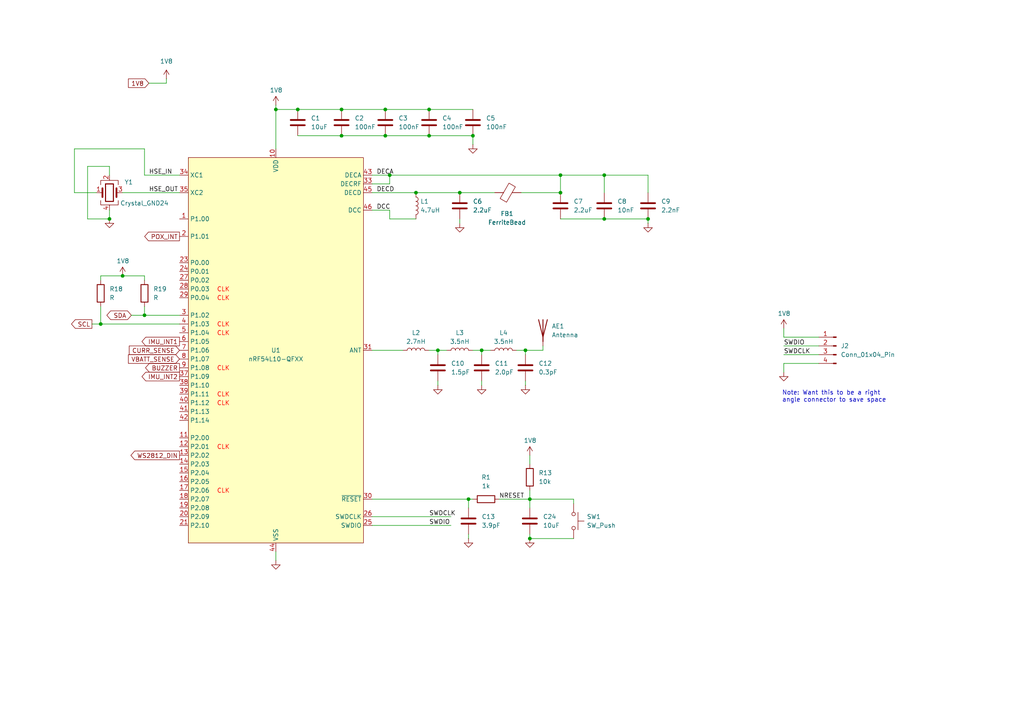
<source format=kicad_sch>
(kicad_sch (version 20250114) (generator "eeschema") (generator_version "9.0")
  (paper "A4")
  (lib_symbols
    (symbol "Connector:Conn_01x04_Pin" (pin_names (offset 1.016) (hide yes))
      (property "Reference" "J" (at 0 5.08 0))
      (property "Value" "Conn_01x04_Pin" (at 0 -7.62 0))
      (symbol "Conn_01x04_Pin_1_1"
        (rectangle (start 0.8636 2.667) (end 0 2.413) (stroke (width 0.1524)) (fill (type outline)))
        (rectangle (start 0.8636 0.127) (end 0 -0.127) (stroke (width 0.1524)) (fill (type outline)))
        (rectangle (start 0.8636 -2.413) (end 0 -2.667) (stroke (width 0.1524)) (fill (type outline)))
        (rectangle (start 0.8636 -4.953) (end 0 -5.207) (stroke (width 0.1524)) (fill (type outline)))
        (polyline (pts (xy 1.27 2.54) (xy 0.8636 2.54)) (stroke (width 0.1524)))
        (polyline (pts (xy 1.27 0) (xy 0.8636 0)) (stroke (width 0.1524)))
        (polyline (pts (xy 1.27 -2.54) (xy 0.8636 -2.54)) (stroke (width 0.1524)))
        (polyline (pts (xy 1.27 -5.08) (xy 0.8636 -5.08)) (stroke (width 0.1524)))
        (pin passive line (at 5.08 2.54 180) (length 3.81) (name "Pin_1") (number "1"))
        (pin passive line (at 5.08 0 180) (length 3.81) (name "Pin_2") (number "2"))
        (pin passive line (at 5.08 -2.54 180) (length 3.81) (name "Pin_3") (number "3"))
        (pin passive line (at 5.08 -5.08 180) (length 3.81) (name "Pin_4") (number "4"))
      )
    )
    (symbol "Device:Antenna" (pin_numbers (hide yes)) (pin_names (offset 1.016) (hide yes))
      (property "Reference" "AE" (at -1.905 1.905 0))
      (property "Value" "Antenna" (at -1.905 0 0))
      (symbol "Antenna_0_1"
        (polyline (pts (xy 0 2.54) (xy 0 -3.81)) (stroke (width 0.254)))
        (polyline (pts (xy 1.27 2.54) (xy 0 -2.54) (xy -1.27 2.54)) (stroke (width 0.254)))
      )
      (symbol "Antenna_1_1"
        (pin input line (at 0 -5.08 90) (length 2.54) (name "A") (number "1"))
      )
    )
    (symbol "Device:C" (pin_numbers (hide yes)) (pin_names (offset 0.254))
      (property "Reference" "C" (at 0.635 2.54 0))
      (property "Value" "C" (at 0.635 -2.54 0))
      (symbol "C_0_1"
        (polyline (pts (xy -2.032 0.762) (xy 2.032 0.762)) (stroke (width 0.508)))
        (polyline (pts (xy -2.032 -0.762) (xy 2.032 -0.762)) (stroke (width 0.508)))
      )
      (symbol "C_1_1"
        (pin passive line (at 0 3.81 270) (length 2.794) (name "~") (number "1"))
        (pin passive line (at 0 -3.81 90) (length 2.794) (name "~") (number "2"))
      )
    )
    (symbol "Device:Crystal_GND24" (pin_names (offset 1.016) (hide yes))
      (property "Reference" "Y" (at 3.175 5.08 0))
      (property "Value" "Crystal_GND24" (at 3.175 3.175 0))
      (symbol "Crystal_GND24_0_1"
        (polyline (pts (xy -2.54 2.286) (xy -2.54 3.556) (xy 2.54 3.556) (xy 2.54 2.286)))
        (polyline (pts (xy -2.54 0) (xy -2.032 0)))
        (polyline (pts (xy -2.54 -2.286) (xy -2.54 -3.556) (xy 2.54 -3.556) (xy 2.54 -2.286)))
        (polyline (pts (xy -2.032 -1.27) (xy -2.032 1.27)) (stroke (width 0.508)))
        (rectangle (start -1.143 2.54) (end 1.143 -2.54) (stroke (width 0.3048)))
        (polyline (pts (xy 0 3.556) (xy 0 3.81)))
        (polyline (pts (xy 0 -3.81) (xy 0 -3.556)))
        (polyline (pts (xy 2.032 0) (xy 2.54 0)))
        (polyline (pts (xy 2.032 -1.27) (xy 2.032 1.27)) (stroke (width 0.508)))
      )
      (symbol "Crystal_GND24_1_1"
        (pin passive line (at -3.81 0 0) (length 1.27) (name "1") (number "1"))
        (pin passive line (at 0 5.08 270) (length 1.27) (name "2") (number "2"))
        (pin passive line (at 0 -5.08 90) (length 1.27) (name "4") (number "4"))
        (pin passive line (at 3.81 0 180) (length 1.27) (name "3") (number "3"))
      )
    )
    (symbol "Device:FerriteBead" (pin_numbers (hide yes)) (pin_names (offset 0))
      (property "Reference" "FB" (at -3.81 0.635 90))
      (property "Value" "FerriteBead" (at 3.81 0 90))
      (symbol "FerriteBead_0_1"
        (polyline (pts (xy -2.7686 0.4064) (xy -1.7018 2.2606) (xy 2.7686 -0.3048) (xy 1.6764 -2.159) (xy -2.7686 0.4064)))
        (polyline (pts (xy 0 1.27) (xy 0 1.2954)))
        (polyline (pts (xy 0 -1.27) (xy 0 -1.2192)))
      )
      (symbol "FerriteBead_1_1"
        (pin passive line (at 0 3.81 270) (length 2.54) (name "~") (number "1"))
        (pin passive line (at 0 -3.81 90) (length 2.54) (name "~") (number "2"))
      )
    )
    (symbol "Device:L" (pin_numbers (hide yes)) (pin_names (offset 1.016) (hide yes))
      (property "Reference" "L" (at -1.27 0 90))
      (property "Value" "L" (at 1.905 0 90))
      (symbol "L_0_1"
        (arc (start 0 2.54) (mid 0.6323 1.905) (end 0 1.27))
        (arc (start 0 1.27) (mid 0.6323 0.635) (end 0 0))
        (arc (start 0 0) (mid 0.6323 -0.635) (end 0 -1.27))
        (arc (start 0 -1.27) (mid 0.6323 -1.905) (end 0 -2.54))
      )
      (symbol "L_1_1"
        (pin passive line (at 0 3.81 270) (length 1.27) (name "1") (number "1"))
        (pin passive line (at 0 -3.81 90) (length 1.27) (name "2") (number "2"))
      )
    )
    (symbol "Device:R" (pin_numbers (hide yes)) (pin_names (offset 0))
      (property "Reference" "R" (at 2.032 0 90))
      (property "Value" "R" (at 0 0 90))
      (symbol "R_0_1"
        (rectangle (start -1.016 -2.54) (end 1.016 2.54) (stroke (width 0.254)))
      )
      (symbol "R_1_1"
        (pin passive line (at 0 3.81 270) (length 1.27) (name "~") (number "1"))
        (pin passive line (at 0 -3.81 90) (length 1.27) (name "~") (number "2"))
      )
    )
    (symbol "PCM_nordic-lib-kicad-nrf54l:nRF54L10-QFXX"
      (property "Reference" "U" (at 0 0 0))
      (property "Value" "nRF54L10-QFXX" (at 0 -2.54 0))
      (symbol "nRF54L10-QFXX_0_0"
        (pin bidirectional line (at -27.94 50.8 0) (length 2.54) (name "XC1") (number "34"))
        (pin bidirectional line (at -27.94 45.72 0) (length 2.54) (name "XC2") (number "35"))
        (pin bidirectional line (at -27.94 25.4 0) (length 2.54) (name "P0.00") (number "23"))
        (pin bidirectional line (at -27.94 22.86 0) (length 2.54) (name "P0.01") (number "24"))
        (pin bidirectional line (at -27.94 20.32 0) (length 2.54) (name "P0.02") (number "27"))
        (pin passive line (at 0 -58.42 90) (length 2.54) (hide yes) (name "VSS_PA") (number "32"))
        (pin power_in line (at 0 -58.42 90) (length 2.54) (name "VSS") (number "44"))
        (pin passive line (at 27.94 50.8 180) (length 2.54) (name "DECA") (number "43"))
        (pin passive line (at 27.94 48.26 180) (length 2.54) (name "DECRF") (number "33"))
        (pin passive line (at 27.94 45.72 180) (length 2.54) (name "DECD") (number "45"))
        (pin power_out line (at 27.94 40.64 180) (length 2.54) (name "DCC") (number "46"))
        (pin output line (at 27.94 0 180) (length 2.54) (name "ANT") (number "31"))
        (pin input line (at 27.94 -43.18 180) (length 2.54) (name "~{RESET}") (number "30"))
        (pin bidirectional line (at 27.94 -50.8 180) (length 2.54) (name "SWDIO") (number "25"))
      )
      (symbol "nRF54L10-QFXX_1_0"
        (pin bidirectional line (at -27.94 38.1 0) (length 2.54) (name "P1.00") (number "1"))
        (pin bidirectional line (at -27.94 33.02 0) (length 2.54) (name "P1.01") (number "2"))
        (pin bidirectional line (at -27.94 17.78 0) (length 2.54) (name "P0.03") (number "28"))
        (pin bidirectional line (at -27.94 15.24 0) (length 2.54) (name "P0.04") (number "29"))
        (pin bidirectional line (at -27.94 10.16 0) (length 2.54) (name "P1.02") (number "3"))
        (pin bidirectional line (at -27.94 7.62 0) (length 2.54) (name "P1.03") (number "4"))
        (pin bidirectional line (at -27.94 5.08 0) (length 2.54) (name "P1.04") (number "5"))
        (pin bidirectional line (at -27.94 2.54 0) (length 2.54) (name "P1.05") (number "6"))
        (pin bidirectional line (at -27.94 0 0) (length 2.54) (name "P1.06") (number "7"))
        (pin bidirectional line (at -27.94 -2.54 0) (length 2.54) (name "P1.07") (number "8"))
        (pin bidirectional line (at -27.94 -5.08 0) (length 2.54) (name "P1.08") (number "9"))
        (pin bidirectional line (at -27.94 -7.62 0) (length 2.54) (name "P1.09") (number "37"))
        (pin bidirectional line (at -27.94 -10.16 0) (length 2.54) (name "P1.10") (number "38"))
        (pin bidirectional line (at -27.94 -12.7 0) (length 2.54) (name "P1.11") (number "39"))
        (pin bidirectional line (at -27.94 -15.24 0) (length 2.54) (name "P1.12") (number "40"))
        (pin bidirectional line (at -27.94 -17.78 0) (length 2.54) (name "P1.13") (number "41"))
        (pin bidirectional line (at -27.94 -20.32 0) (length 2.54) (name "P1.14") (number "42"))
        (pin bidirectional line (at -27.94 -25.4 0) (length 2.54) (name "P2.00") (number "11"))
        (pin bidirectional line (at -27.94 -27.94 0) (length 2.54) (name "P2.01") (number "12"))
        (pin bidirectional line (at -27.94 -30.48 0) (length 2.54) (name "P2.02") (number "13"))
        (pin bidirectional line (at -27.94 -33.02 0) (length 2.54) (name "P2.03") (number "14"))
        (pin bidirectional line (at -27.94 -35.56 0) (length 2.54) (name "P2.04") (number "15"))
        (pin bidirectional line (at -27.94 -38.1 0) (length 2.54) (name "P2.05") (number "16"))
        (pin bidirectional line (at -27.94 -40.64 0) (length 2.54) (name "P2.06") (number "17"))
        (pin bidirectional line (at -27.94 -43.18 0) (length 2.54) (name "P2.07") (number "18"))
        (pin bidirectional line (at -27.94 -45.72 0) (length 2.54) (name "P2.08") (number "19"))
        (pin bidirectional line (at -27.94 -48.26 0) (length 2.54) (name "P2.09") (number "20"))
        (pin bidirectional line (at -27.94 -50.8 0) (length 2.54) (name "P2.10") (number "21"))
        (pin power_in line (at 0 58.42 270) (length 2.54) (name "VDD") (number "10"))
        (pin passive line (at 0 58.42 270) (length 2.54) (hide yes) (name "VDD") (number "22"))
        (pin passive line (at 0 58.42 270) (length 2.54) (hide yes) (name "VDD") (number "36"))
        (pin passive line (at 0 58.42 270) (length 2.54) (hide yes) (name "VDD") (number "47"))
        (pin passive line (at 0 58.42 270) (length 2.54) (hide yes) (name "VDD") (number "48"))
        (pin passive line (at 0 -58.42 90) (length 2.54) (hide yes) (name "VSS") (number "49"))
        (pin input line (at 27.94 -48.26 180) (length 2.54) (name "SWDCLK") (number "26"))
      )
      (symbol "nRF54L10-QFXX_1_1"
        (rectangle (start -25.4 55.88) (end 25.4 -55.88) (fill (type background)))
        (text "CLK" (at -15.24 17.78 0) (effects (font (size 1.27 1.27))))
        (text "CLK" (at -15.24 15.24 0) (effects (font (size 1.27 1.27))))
        (text "CLK" (at -15.24 7.62 0) (effects (font (size 1.27 1.27))))
        (text "CLK" (at -15.24 5.08 0) (effects (font (size 1.27 1.27))))
        (text "CLK" (at -15.24 -5.08 0) (effects (font (size 1.27 1.27))))
        (text "CLK" (at -15.24 -12.7 0) (effects (font (size 1.27 1.27))))
        (text "CLK" (at -15.24 -15.24 0) (effects (font (size 1.27 1.27))))
        (text "CLK" (at -15.24 -27.94 0) (effects (font (size 1.27 1.27))))
        (text "CLK" (at -15.24 -40.64 0) (effects (font (size 1.27 1.27))))
      )
    )
    (symbol "Switch:SW_Push" (pin_numbers (hide yes)) (pin_names (offset 1.016) (hide yes))
      (property "Reference" "SW" (at 1.27 2.54 0))
      (property "Value" "SW_Push" (at 0 -1.524 0))
      (symbol "SW_Push_0_1"
        (circle (center -2.032 0) (radius 0.508))
        (polyline (pts (xy 0 1.27) (xy 0 3.048)))
        (circle (center 2.032 0) (radius 0.508))
        (polyline (pts (xy 2.54 1.27) (xy -2.54 1.27)))
        (pin passive line (at -5.08 0 0) (length 2.54) (name "1") (number "1"))
        (pin passive line (at 5.08 0 180) (length 2.54) (name "2") (number "2"))
      )
    )
    (symbol "power:GND" (power) (pin_numbers (hide yes)) (pin_names (offset 0) (hide yes))
      (property "Value" "GND" (at 0 -3.81 0))
      (symbol "GND_0_1"
        (polyline (pts (xy 0 0) (xy 0 -1.27) (xy 1.27 -1.27) (xy 0 -2.54) (xy -1.27 -1.27) (xy 0 -1.27)))
      )
      (symbol "GND_1_1"
        (pin power_in line (at 0 0 270) (length 0) (name "~") (number "1"))
      )
    )
    (symbol "power:VDD" (power) (pin_numbers (hide yes)) (pin_names (offset 0) (hide yes))
      (property "Value" "VDD" (at 0 3.556 0))
      (symbol "VDD_0_1"
        (polyline (pts (xy -0.762 1.27) (xy 0 2.54)))
        (polyline (pts (xy 0 2.54) (xy 0.762 1.27)))
        (polyline (pts (xy 0 0) (xy 0 2.54)))
      )
      (symbol "VDD_1_1"
        (pin power_in line (at 0 0 90) (length 0) (name "~") (number "1"))
      )
    )
  )
  (text "Note: Want this to be a right\nangle connector to save space" (at 226.822 115.062 0) (effects (font (size 1.27 1.27)) (justify left)))
  (junction (at 162.56 55.88))
  (junction (at 139.7 101.6))
  (junction (at 111.76 31.75))
  (junction (at 124.46 31.75))
  (junction (at 135.89 144.78))
  (junction (at 152.4 101.6))
  (junction (at 99.06 31.75))
  (junction (at 127 101.6))
  (junction (at 111.76 39.37))
  (junction (at 175.26 50.8))
  (junction (at 133.35 55.88))
  (junction (at 35.56 80.01))
  (junction (at 31.75 63.5))
  (junction (at 113.03 50.8))
  (junction (at 29.21 93.98))
  (junction (at 175.26 63.5))
  (junction (at 137.16 39.37))
  (junction (at 153.67 144.78))
  (junction (at 99.06 39.37))
  (junction (at 120.65 55.88))
  (junction (at 153.67 156.21))
  (junction (at 41.91 91.44))
  (junction (at 124.46 39.37))
  (junction (at 86.36 31.75))
  (junction (at 80.01 31.75))
  (junction (at 187.96 63.5))
  (junction (at 162.56 50.8))
  (wire (pts (xy 31.75 50.8) (xy 31.75 48.26)))
  (wire (pts (xy 25.4 48.26) (xy 25.4 63.5)))
  (wire (pts (xy 153.67 142.24) (xy 153.67 144.78)))
  (wire (pts (xy 227.33 102.87) (xy 237.49 102.87)))
  (wire (pts (xy 124.46 39.37) (xy 137.16 39.37)))
  (wire (pts (xy 227.33 95.25) (xy 227.33 97.79)))
  (wire (pts (xy 135.89 144.78) (xy 137.16 144.78)))
  (wire (pts (xy 111.76 39.37) (xy 124.46 39.37)))
  (wire (pts (xy 111.76 31.75) (xy 124.46 31.75)))
  (wire (pts (xy 29.21 80.01) (xy 35.56 80.01)))
  (wire (pts (xy 127 110.49) (xy 127 111.76)))
  (wire (pts (xy 227.33 105.41) (xy 227.33 107.95)))
  (wire (pts (xy 107.95 144.78) (xy 135.89 144.78)))
  (wire (pts (xy 80.01 31.75) (xy 80.01 43.18)))
  (wire (pts (xy 135.89 154.94) (xy 135.89 156.21)))
  (wire (pts (xy 139.7 110.49) (xy 139.7 111.76)))
  (wire (pts (xy 99.06 39.37) (xy 111.76 39.37)))
  (wire (pts (xy 153.67 154.94) (xy 153.67 156.21)))
  (wire (pts (xy 31.75 48.26) (xy 25.4 48.26)))
  (wire (pts (xy 29.21 80.01) (xy 29.21 81.28)))
  (wire (pts (xy 107.95 101.6) (xy 116.84 101.6)))
  (wire (pts (xy 80.01 30.48) (xy 80.01 31.75)))
  (wire (pts (xy 149.86 101.6) (xy 152.4 101.6)))
  (wire (pts (xy 25.4 63.5) (xy 31.75 63.5)))
  (wire (pts (xy 86.36 31.75) (xy 99.06 31.75)))
  (wire (pts (xy 127 101.6) (xy 129.54 101.6)))
  (wire (pts (xy 107.95 152.4) (xy 130.81 152.4)))
  (wire (pts (xy 52.07 50.8) (xy 41.91 50.8)))
  (wire (pts (xy 153.67 144.78) (xy 153.67 147.32)))
  (wire (pts (xy 139.7 101.6) (xy 139.7 102.87)))
  (wire (pts (xy 107.95 60.96) (xy 113.03 60.96)))
  (wire (pts (xy 99.06 31.75) (xy 111.76 31.75)))
  (wire (pts (xy 35.56 55.88) (xy 52.07 55.88)))
  (wire (pts (xy 21.59 55.88) (xy 27.94 55.88)))
  (wire (pts (xy 162.56 50.8) (xy 175.26 50.8)))
  (wire (pts (xy 162.56 50.8) (xy 162.56 55.88)))
  (wire (pts (xy 133.35 64.77) (xy 133.35 63.5)))
  (wire (pts (xy 113.03 60.96) (xy 113.03 63.5)))
  (wire (pts (xy 41.91 88.9) (xy 41.91 91.44)))
  (wire (pts (xy 41.91 43.18) (xy 21.59 43.18)))
  (wire (pts (xy 21.59 43.18) (xy 21.59 55.88)))
  (wire (pts (xy 86.36 39.37) (xy 99.06 39.37)))
  (wire (pts (xy 137.16 101.6) (xy 139.7 101.6)))
  (wire (pts (xy 227.33 100.33) (xy 237.49 100.33)))
  (wire (pts (xy 124.46 31.75) (xy 137.16 31.75)))
  (wire (pts (xy 152.4 110.49) (xy 152.4 111.76)))
  (wire (pts (xy 144.78 144.78) (xy 153.67 144.78)))
  (wire (pts (xy 80.01 31.75) (xy 86.36 31.75)))
  (wire (pts (xy 41.91 80.01) (xy 41.91 81.28)))
  (wire (pts (xy 43.18 24.13) (xy 48.26 24.13)))
  (wire (pts (xy 107.95 50.8) (xy 113.03 50.8)))
  (wire (pts (xy 41.91 91.44) (xy 52.07 91.44)))
  (wire (pts (xy 152.4 101.6) (xy 157.48 101.6)))
  (wire (pts (xy 175.26 55.88) (xy 175.26 50.8)))
  (wire (pts (xy 26.67 93.98) (xy 29.21 93.98)))
  (wire (pts (xy 38.1 91.44) (xy 41.91 91.44)))
  (wire (pts (xy 29.21 93.98) (xy 52.07 93.98)))
  (wire (pts (xy 227.33 105.41) (xy 237.49 105.41)))
  (wire (pts (xy 135.89 144.78) (xy 135.89 147.32)))
  (wire (pts (xy 187.96 50.8) (xy 187.96 55.88)))
  (wire (pts (xy 48.26 24.13) (xy 48.26 22.86)))
  (wire (pts (xy 35.56 80.01) (xy 41.91 80.01)))
  (wire (pts (xy 120.65 55.88) (xy 133.35 55.88)))
  (wire (pts (xy 153.67 156.21) (xy 166.37 156.21)))
  (wire (pts (xy 139.7 101.6) (xy 142.24 101.6)))
  (wire (pts (xy 80.01 160.02) (xy 80.01 162.56)))
  (wire (pts (xy 41.91 50.8) (xy 41.91 43.18)))
  (wire (pts (xy 107.95 53.34) (xy 113.03 53.34)))
  (wire (pts (xy 127 101.6) (xy 127 102.87)))
  (wire (pts (xy 166.37 144.78) (xy 166.37 146.05)))
  (wire (pts (xy 31.75 63.5) (xy 31.75 60.96)))
  (wire (pts (xy 107.95 55.88) (xy 120.65 55.88)))
  (wire (pts (xy 113.03 50.8) (xy 162.56 50.8)))
  (wire (pts (xy 187.96 63.5) (xy 187.96 64.77)))
  (wire (pts (xy 152.4 101.6) (xy 152.4 102.87)))
  (wire (pts (xy 153.67 144.78) (xy 166.37 144.78)))
  (wire (pts (xy 137.16 41.91) (xy 137.16 39.37)))
  (wire (pts (xy 175.26 50.8) (xy 187.96 50.8)))
  (wire (pts (xy 113.03 63.5) (xy 120.65 63.5)))
  (wire (pts (xy 151.13 55.88) (xy 162.56 55.88)))
  (wire (pts (xy 133.35 55.88) (xy 143.51 55.88)))
  (wire (pts (xy 153.67 132.08) (xy 153.67 134.62)))
  (wire (pts (xy 107.95 149.86) (xy 130.81 149.86)))
  (wire (pts (xy 162.56 63.5) (xy 175.26 63.5)))
  (wire (pts (xy 113.03 53.34) (xy 113.03 50.8)))
  (wire (pts (xy 124.46 101.6) (xy 127 101.6)))
  (wire (pts (xy 175.26 63.5) (xy 187.96 63.5)))
  (wire (pts (xy 227.33 97.79) (xy 237.49 97.79)))
  (wire (pts (xy 157.48 101.6) (xy 157.48 100.33)))
  (wire (pts (xy 29.21 88.9) (xy 29.21 93.98)))
  (label "HSE_OUT" (at 43.18 55.88 0))
  (label "DECA" (at 109.22 50.8 0))
  (label "SWDIO" (at 227.33 100.33 0))
  (label "SWDCLK" (at 227.33 102.87 0))
  (label "SWDIO" (at 124.46 152.4 0))
  (label "NRESET" (at 144.78 144.78 0))
  (label "DECD" (at 109.22 55.88 0))
  (label "SWDCLK" (at 124.46 149.86 0))
  (label "DCC" (at 109.22 60.96 0))
  (label "HSE_IN" (at 43.18 50.8 0))
  (global_label "WS2812_DIN" (shape output) (at 52.07 132.08 180) (property "Intersheetrefs" "${INTERSHEET_REFS}" (effects (hide yes))))
  (global_label "IMU_INT2" (shape output) (at 52.07 109.22 180) (property "Intersheetrefs" "${INTERSHEET_REFS}" (effects (hide yes))))
  (global_label "1V8" (shape input) (at 43.18 24.13 180) (property "Intersheetrefs" "${INTERSHEET_REFS}" (effects (hide yes))))
  (global_label "VBATT_SENSE" (shape input) (at 52.07 104.14 180) (property "Intersheetrefs" "${INTERSHEET_REFS}" (effects (hide yes))))
  (global_label "SCL" (shape output) (at 26.67 93.98 180) (property "Intersheetrefs" "${INTERSHEET_REFS}" (effects (hide yes))))
  (global_label "SDA" (shape bidirectional) (at 38.1 91.44 180) (property "Intersheetrefs" "${INTERSHEET_REFS}" (effects (hide yes))))
  (global_label "BUZZER" (shape output) (at 52.07 106.68 180) (property "Intersheetrefs" "${INTERSHEET_REFS}" (effects (hide yes))))
  (global_label "IMU_INT1" (shape output) (at 52.07 99.06 180) (property "Intersheetrefs" "${INTERSHEET_REFS}" (effects (hide yes))))
  (global_label "CURR_SENSE" (shape input) (at 52.07 101.6 180) (property "Intersheetrefs" "${INTERSHEET_REFS}" (effects (hide yes))))
  (global_label "POX_INT" (shape output) (at 52.07 68.58 180) (property "Intersheetrefs" "${INTERSHEET_REFS}" (effects (hide yes))))
  (symbol (lib_id "power:VDD") (at 153.67 132.08 0) (unit 1)
    (property "Reference" "#PWR048" (effects (hide yes)))
    (property "Value" "1V8" (at 151.892 127.762 0) (effects (justify left)))
    (property "Description" "Power symbol creates a global label with name \"VDD\"" (effects (hide yes)))
  )
  (symbol (lib_id "Device:R") (at 153.67 138.43 180) (unit 1)
    (property "Reference" "R13" (at 156.21 137.1599 0) (effects (justify right)))
    (property "Value" "10k" (at 156.21 139.6999 0) (effects (justify right)))
    (property "Description" "Resistor" (effects (hide yes)))
  )
  (symbol (lib_id "Device:R") (at 140.97 144.78 90) (unit 1)
    (property "Reference" "R1" (at 140.97 138.43 90))
    (property "Value" "1k" (at 140.97 140.97 90))
    (property "Description" "Resistor" (effects (hide yes)))
  )
  (symbol (lib_id "power:GND") (at 133.35 64.77 0) (unit 1)
    (property "Reference" "#PWR04" (effects (hide yes)))
    (property "Value" "GND" (effects (hide yes)))
    (property "Description" "Power symbol creates a global label with name \"GND\" , ground" (effects (hide yes)))
  )
  (symbol (lib_id "Device:R") (at 41.91 85.09 0) (unit 1)
    (property "Reference" "R19" (at 44.45 83.8199 0) (effects (justify left)))
    (property "Value" "R" (at 44.45 86.3599 0) (effects (justify left)))
    (property "Description" "Resistor" (effects (hide yes)))
  )
  (symbol (lib_id "Switch:SW_Push") (at 166.37 151.13 270) (unit 1)
    (property "Reference" "SW1" (at 170.18 149.8599 90) (effects (justify left)))
    (property "Value" "SW_Push" (at 170.18 152.3999 90) (effects (justify left)))
    (property "Description" "Push button switch, generic, two pins" (effects (hide yes)))
  )
  (symbol (lib_id "power:GND") (at 80.01 162.56 0) (unit 1)
    (property "Reference" "#PWR01" (effects (hide yes)))
    (property "Value" "GND" (effects (hide yes)))
    (property "Description" "Power symbol creates a global label with name \"GND\" , ground" (effects (hide yes)))
  )
  (symbol (lib_id "power:GND") (at 127 111.76 0) (unit 1)
    (property "Reference" "#PWR07" (effects (hide yes)))
    (property "Value" "GND" (effects (hide yes)))
    (property "Description" "Power symbol creates a global label with name \"GND\" , ground" (effects (hide yes)))
  )
  (symbol (lib_id "Device:C") (at 137.16 35.56 0) (unit 1)
    (property "Reference" "C5" (at 140.97 34.2899 0) (effects (justify left)))
    (property "Value" "100nF" (at 140.97 36.8299 0) (effects (justify left)))
    (property "Description" "Unpolarized capacitor" (effects (hide yes)))
  )
  (symbol (lib_id "Device:C") (at 175.26 59.69 0) (unit 1)
    (property "Reference" "C8" (at 179.07 58.4199 0) (effects (justify left)))
    (property "Value" "10nF" (at 179.07 60.9599 0) (effects (justify left)))
    (property "Description" "Unpolarized capacitor" (effects (hide yes)))
  )
  (symbol (lib_id "Device:C") (at 153.67 151.13 0) (unit 1)
    (property "Reference" "C24" (at 157.48 149.8599 0) (effects (justify left)))
    (property "Value" "10uF" (at 157.48 152.3999 0) (effects (justify left)))
    (property "Description" "Unpolarized capacitor" (effects (hide yes)))
  )
  (symbol (lib_id "Device:C") (at 135.89 151.13 0) (unit 1)
    (property "Reference" "C13" (at 139.7 149.8599 0) (effects (justify left)))
    (property "Value" "3.9pF" (at 139.7 152.3999 0) (effects (justify left)))
    (property "Description" "Unpolarized capacitor" (effects (hide yes)))
  )
  (symbol (lib_id "Device:C") (at 111.76 35.56 0) (unit 1)
    (property "Reference" "C3" (at 115.57 34.2899 0) (effects (justify left)))
    (property "Value" "100nF" (at 115.57 36.8299 0) (effects (justify left)))
    (property "Description" "Unpolarized capacitor" (effects (hide yes)))
  )
  (symbol (lib_id "Device:C") (at 124.46 35.56 0) (unit 1)
    (property "Reference" "C4" (at 128.27 34.2899 0) (effects (justify left)))
    (property "Value" "100nF" (at 128.27 36.8299 0) (effects (justify left)))
    (property "Description" "Unpolarized capacitor" (effects (hide yes)))
  )
  (symbol (lib_id "Device:C") (at 139.7 106.68 0) (unit 1)
    (property "Reference" "C11" (at 143.51 105.4099 0) (effects (justify left)))
    (property "Value" "2.0pF" (at 143.51 107.9499 0) (effects (justify left)))
    (property "Description" "Unpolarized capacitor" (effects (hide yes)))
  )
  (symbol (lib_id "power:VDD") (at 227.33 95.25 0) (unit 1)
    (property "Reference" "#PWR011" (effects (hide yes)))
    (property "Value" "1V8" (at 225.552 90.932 0) (effects (justify left)))
    (property "Description" "Power symbol creates a global label with name \"VDD\"" (effects (hide yes)))
  )
  (symbol (lib_id "Device:C") (at 162.56 59.69 0) (unit 1)
    (property "Reference" "C7" (at 166.37 58.4199 0) (effects (justify left)))
    (property "Value" "2.2uF" (at 166.37 60.9599 0) (effects (justify left)))
    (property "Description" "Unpolarized capacitor" (effects (hide yes)))
  )
  (symbol (lib_id "Device:C") (at 127 106.68 0) (unit 1)
    (property "Reference" "C10" (at 130.81 105.4099 0) (effects (justify left)))
    (property "Value" "1.5pF" (at 130.81 107.9499 0) (effects (justify left)))
    (property "Description" "Unpolarized capacitor" (effects (hide yes)))
  )
  (symbol (lib_id "power:GND") (at 135.89 156.21 0) (unit 1)
    (property "Reference" "#PWR010" (effects (hide yes)))
    (property "Value" "GND" (effects (hide yes)))
    (property "Description" "Power symbol creates a global label with name \"GND\" , ground" (effects (hide yes)))
  )
  (symbol (lib_id "power:GND") (at 227.33 107.95 0) (unit 1)
    (property "Reference" "#PWR013" (effects (hide yes)))
    (property "Value" "GND" (effects (hide yes)))
    (property "Description" "Power symbol creates a global label with name \"GND\" , ground" (effects (hide yes)))
  )
  (symbol (lib_id "power:GND") (at 31.75 63.5 0) (unit 1)
    (property "Reference" "#PWR06" (effects (hide yes)))
    (property "Value" "GND" (effects (hide yes)))
    (property "Description" "Power symbol creates a global label with name \"GND\" , ground" (effects (hide yes)))
  )
  (symbol (lib_id "Device:L") (at 133.35 101.6 90) (unit 1)
    (property "Reference" "L3" (at 133.35 96.52 90))
    (property "Value" "3.5nH" (at 133.35 99.06 90))
    (property "Description" "Inductor" (effects (hide yes)))
  )
  (symbol (lib_id "Device:C") (at 86.36 35.56 0) (unit 1)
    (property "Reference" "C1" (at 90.17 34.2899 0) (effects (justify left)))
    (property "Value" "10uF" (at 90.17 36.8299 0) (effects (justify left)))
    (property "Description" "Unpolarized capacitor" (effects (hide yes)))
  )
  (symbol (lib_id "Device:FerriteBead") (at 147.32 55.88 90) (unit 1)
    (property "Reference" "FB1" (at 147.066 61.976 90))
    (property "Value" "FerriteBead" (at 147.066 64.516 90))
    (property "Description" "Ferrite bead" (effects (hide yes)))
  )
  (symbol (lib_id "Connector:Conn_01x04_Pin") (at 242.57 100.33 0) (mirror y) (unit 1)
    (property "Reference" "J2" (at 243.84 100.3299 0) (effects (justify right)))
    (property "Value" "Conn_01x04_Pin" (at 243.84 102.8699 0) (effects (justify right)))
    (property "Description" "Generic connector, single row, 01x04, script generated" (effects (hide yes)))
  )
  (symbol (lib_id "Device:Antenna") (at 157.48 95.25 0) (unit 1)
    (property "Reference" "AE1" (at 160.02 94.6149 0) (effects (justify left)))
    (property "Value" "Antenna" (at 160.02 97.1549 0) (effects (justify left)))
    (property "Description" "Antenna" (effects (hide yes)))
  )
  (symbol (lib_id "power:GND") (at 139.7 111.76 0) (unit 1)
    (property "Reference" "#PWR08" (effects (hide yes)))
    (property "Value" "GND" (effects (hide yes)))
    (property "Description" "Power symbol creates a global label with name \"GND\" , ground" (effects (hide yes)))
  )
  (symbol (lib_id "power:GND") (at 137.16 41.91 0) (unit 1)
    (property "Reference" "#PWR03" (effects (hide yes)))
    (property "Value" "GND" (effects (hide yes)))
    (property "Description" "Power symbol creates a global label with name \"GND\" , ground" (effects (hide yes)))
  )
  (symbol (lib_id "Device:C") (at 99.06 35.56 0) (unit 1)
    (property "Reference" "C2" (at 102.87 34.2899 0) (effects (justify left)))
    (property "Value" "100nF" (at 102.87 36.8299 0) (effects (justify left)))
    (property "Description" "Unpolarized capacitor" (effects (hide yes)))
  )
  (symbol (lib_id "power:GND") (at 152.4 111.76 0) (unit 1)
    (property "Reference" "#PWR09" (effects (hide yes)))
    (property "Value" "GND" (effects (hide yes)))
    (property "Description" "Power symbol creates a global label with name \"GND\" , ground" (effects (hide yes)))
  )
  (symbol (lib_id "Device:Crystal_GND24") (at 31.75 55.88 0) (unit 1)
    (property "Reference" "Y1" (at 37.338 52.832 0))
    (property "Value" "Crystal_GND24" (at 41.91 58.928 0))
    (property "Description" "Four pin crystal, GND on pins 2 and 4" (effects (hide yes)))
  )
  (symbol (lib_id "power:VDD") (at 35.56 80.01 0) (unit 1)
    (property "Reference" "#PWR026" (effects (hide yes)))
    (property "Value" "1V8" (at 33.782 75.692 0) (effects (justify left)))
    (property "Description" "Power symbol creates a global label with name \"VDD\"" (effects (hide yes)))
  )
  (symbol (lib_id "Device:C") (at 133.35 59.69 0) (unit 1)
    (property "Reference" "C6" (at 137.16 58.4199 0) (effects (justify left)))
    (property "Value" "2.2uF" (at 137.16 60.9599 0) (effects (justify left)))
    (property "Description" "Unpolarized capacitor" (effects (hide yes)))
  )
  (symbol (lib_id "power:VDD") (at 48.26 22.86 0) (unit 1)
    (property "Reference" "#PWR042" (effects (hide yes)))
    (property "Value" "1V8" (at 48.26 17.78 0))
    (property "Description" "Power symbol creates a global label with name \"VDD\"" (effects (hide yes)))
  )
  (symbol (lib_id "Device:L") (at 120.65 101.6 90) (unit 1)
    (property "Reference" "L2" (at 120.65 96.52 90))
    (property "Value" "2.7nH" (at 120.65 99.06 90))
    (property "Description" "Inductor" (effects (hide yes)))
  )
  (symbol (lib_id "power:GND") (at 153.67 156.21 0) (unit 1)
    (property "Reference" "#PWR049" (effects (hide yes)))
    (property "Value" "GND" (effects (hide yes)))
    (property "Description" "Power symbol creates a global label with name \"GND\" , ground" (effects (hide yes)))
  )
  (symbol (lib_id "Device:R") (at 29.21 85.09 0) (unit 1)
    (property "Reference" "R18" (at 31.75 83.8199 0) (effects (justify left)))
    (property "Value" "R" (at 31.75 86.3599 0) (effects (justify left)))
    (property "Description" "Resistor" (effects (hide yes)))
  )
  (symbol (lib_id "Device:L") (at 120.65 59.69 0) (unit 1)
    (property "Reference" "L1" (at 121.92 58.4199 0) (effects (justify left)))
    (property "Value" "4.7uH" (at 121.92 60.9599 0) (effects (justify left)))
    (property "Description" "Inductor" (effects (hide yes)))
  )
  (symbol (lib_id "PCM_nordic-lib-kicad-nrf54l:nRF54L10-QFXX") (at 80.01 101.6 0) (unit 1)
    (property "Reference" "U1" (at 80.01 101.6 0))
    (property "Value" "nRF54L10-QFXX" (at 80.01 104.14 0))
    (property "Footprint" "Package_DFN_QFN:QFN-48-1EP_6x6mm_P0.4mm_EP4.6x4.6mm" (effects (hide yes)))
    (property "Datasheet" "https://docs.nordicsemi.com/bundle/ps_nrf54L15" (effects (hide yes)))
    (property "Description" "nRF54L Dual Core Multiprotocol BLE SoC" (effects (hide yes)))
  )
  (symbol (lib_id "power:GND") (at 187.96 64.77 0) (unit 1)
    (property "Reference" "#PWR05" (effects (hide yes)))
    (property "Value" "GND" (effects (hide yes)))
    (property "Description" "Power symbol creates a global label with name \"GND\" , ground" (effects (hide yes)))
  )
  (symbol (lib_id "Device:C") (at 152.4 106.68 0) (unit 1)
    (property "Reference" "C12" (at 156.21 105.4099 0) (effects (justify left)))
    (property "Value" "0.3pF" (at 156.21 107.9499 0) (effects (justify left)))
    (property "Description" "Unpolarized capacitor" (effects (hide yes)))
  )
  (symbol (lib_id "Device:L") (at 146.05 101.6 90) (unit 1)
    (property "Reference" "L4" (at 146.05 96.52 90))
    (property "Value" "3.5nH" (at 146.05 99.06 90))
    (property "Description" "Inductor" (effects (hide yes)))
  )
  (symbol (lib_id "Device:C") (at 187.96 59.69 0) (unit 1)
    (property "Reference" "C9" (at 191.77 58.4199 0) (effects (justify left)))
    (property "Value" "2.2nF" (at 191.77 60.9599 0) (effects (justify left)))
    (property "Description" "Unpolarized capacitor" (effects (hide yes)))
  )
  (symbol (lib_id "power:VDD") (at 80.01 30.48 0) (unit 1)
    (property "Reference" "#PWR02" (effects (hide yes)))
    (property "Value" "1V8" (at 78.232 26.162 0) (effects (justify left)))
    (property "Description" "Power symbol creates a global label with name \"VDD\"" (effects (hide yes)))
  )
)
</source>
